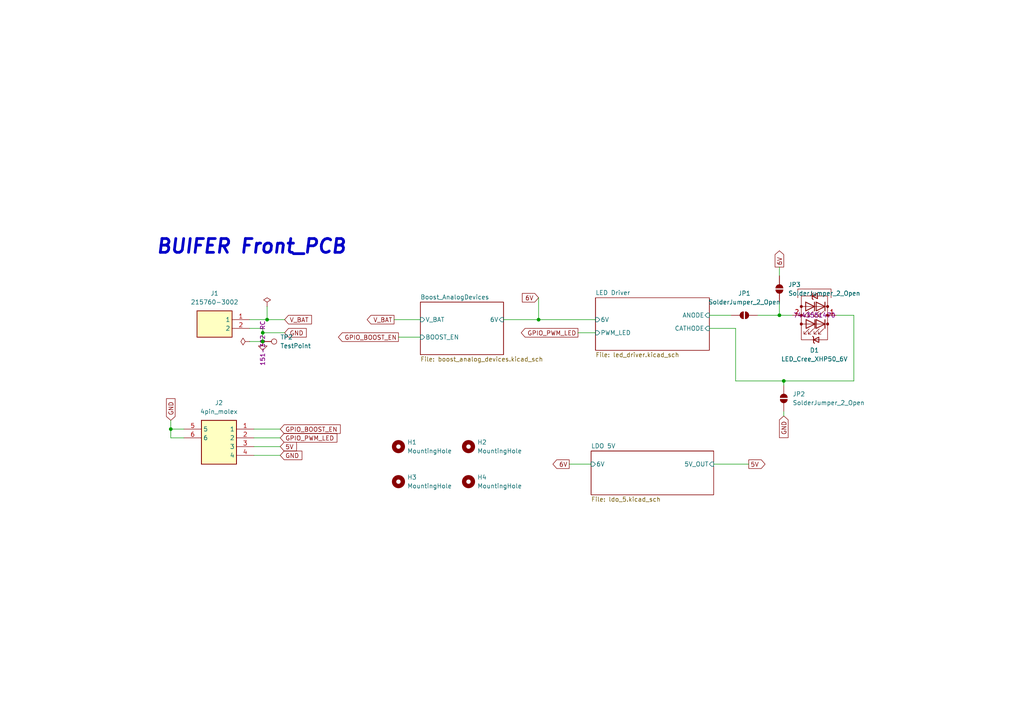
<source format=kicad_sch>
(kicad_sch
	(version 20250114)
	(generator "eeschema")
	(generator_version "9.0")
	(uuid "7f96c659-7623-4641-9656-bc143c7b2776")
	(paper "A4")
	(lib_symbols
		(symbol "Connector:TestPoint"
			(pin_numbers
				(hide yes)
			)
			(pin_names
				(offset 0.762)
				(hide yes)
			)
			(exclude_from_sim no)
			(in_bom yes)
			(on_board yes)
			(property "Reference" "TP"
				(at 0 6.858 0)
				(effects
					(font
						(size 1.27 1.27)
					)
				)
			)
			(property "Value" "TestPoint"
				(at 0 5.08 0)
				(effects
					(font
						(size 1.27 1.27)
					)
				)
			)
			(property "Footprint" ""
				(at 5.08 0 0)
				(effects
					(font
						(size 1.27 1.27)
					)
					(hide yes)
				)
			)
			(property "Datasheet" "~"
				(at 5.08 0 0)
				(effects
					(font
						(size 1.27 1.27)
					)
					(hide yes)
				)
			)
			(property "Description" "test point"
				(at 0 0 0)
				(effects
					(font
						(size 1.27 1.27)
					)
					(hide yes)
				)
			)
			(property "ki_keywords" "test point tp"
				(at 0 0 0)
				(effects
					(font
						(size 1.27 1.27)
					)
					(hide yes)
				)
			)
			(property "ki_fp_filters" "Pin* Test*"
				(at 0 0 0)
				(effects
					(font
						(size 1.27 1.27)
					)
					(hide yes)
				)
			)
			(symbol "TestPoint_0_1"
				(circle
					(center 0 3.302)
					(radius 0.762)
					(stroke
						(width 0)
						(type default)
					)
					(fill
						(type none)
					)
				)
			)
			(symbol "TestPoint_1_1"
				(pin passive line
					(at 0 0 90)
					(length 2.54)
					(name "1"
						(effects
							(font
								(size 1.27 1.27)
							)
						)
					)
					(number "1"
						(effects
							(font
								(size 1.27 1.27)
							)
						)
					)
				)
			)
			(embedded_fonts no)
		)
		(symbol "Jumper:SolderJumper_2_Open"
			(pin_numbers
				(hide yes)
			)
			(pin_names
				(offset 0)
				(hide yes)
			)
			(exclude_from_sim yes)
			(in_bom no)
			(on_board yes)
			(property "Reference" "JP"
				(at 0 2.032 0)
				(effects
					(font
						(size 1.27 1.27)
					)
				)
			)
			(property "Value" "SolderJumper_2_Open"
				(at 0 -2.54 0)
				(effects
					(font
						(size 1.27 1.27)
					)
				)
			)
			(property "Footprint" ""
				(at 0 0 0)
				(effects
					(font
						(size 1.27 1.27)
					)
					(hide yes)
				)
			)
			(property "Datasheet" "~"
				(at 0 0 0)
				(effects
					(font
						(size 1.27 1.27)
					)
					(hide yes)
				)
			)
			(property "Description" "Solder Jumper, 2-pole, open"
				(at 0 0 0)
				(effects
					(font
						(size 1.27 1.27)
					)
					(hide yes)
				)
			)
			(property "ki_keywords" "solder jumper SPST"
				(at 0 0 0)
				(effects
					(font
						(size 1.27 1.27)
					)
					(hide yes)
				)
			)
			(property "ki_fp_filters" "SolderJumper*Open*"
				(at 0 0 0)
				(effects
					(font
						(size 1.27 1.27)
					)
					(hide yes)
				)
			)
			(symbol "SolderJumper_2_Open_0_1"
				(polyline
					(pts
						(xy -0.254 1.016) (xy -0.254 -1.016)
					)
					(stroke
						(width 0)
						(type default)
					)
					(fill
						(type none)
					)
				)
				(arc
					(start -0.254 -1.016)
					(mid -1.2656 0)
					(end -0.254 1.016)
					(stroke
						(width 0)
						(type default)
					)
					(fill
						(type none)
					)
				)
				(arc
					(start -0.254 -1.016)
					(mid -1.2656 0)
					(end -0.254 1.016)
					(stroke
						(width 0)
						(type default)
					)
					(fill
						(type outline)
					)
				)
				(arc
					(start 0.254 1.016)
					(mid 1.2656 0)
					(end 0.254 -1.016)
					(stroke
						(width 0)
						(type default)
					)
					(fill
						(type none)
					)
				)
				(arc
					(start 0.254 1.016)
					(mid 1.2656 0)
					(end 0.254 -1.016)
					(stroke
						(width 0)
						(type default)
					)
					(fill
						(type outline)
					)
				)
				(polyline
					(pts
						(xy 0.254 1.016) (xy 0.254 -1.016)
					)
					(stroke
						(width 0)
						(type default)
					)
					(fill
						(type none)
					)
				)
			)
			(symbol "SolderJumper_2_Open_1_1"
				(pin passive line
					(at -3.81 0 0)
					(length 2.54)
					(name "A"
						(effects
							(font
								(size 1.27 1.27)
							)
						)
					)
					(number "1"
						(effects
							(font
								(size 1.27 1.27)
							)
						)
					)
				)
				(pin passive line
					(at 3.81 0 180)
					(length 2.54)
					(name "B"
						(effects
							(font
								(size 1.27 1.27)
							)
						)
					)
					(number "2"
						(effects
							(font
								(size 1.27 1.27)
							)
						)
					)
				)
			)
			(embedded_fonts no)
		)
		(symbol "LED:LED_Cree_XHP50_6V"
			(pin_names
				(offset 1.016)
				(hide yes)
			)
			(exclude_from_sim no)
			(in_bom yes)
			(on_board yes)
			(property "Reference" "D1"
				(at 0 10.16 0)
				(effects
					(font
						(size 1.27 1.27)
					)
				)
			)
			(property "Value" "LED_Cree_XHP50_6V"
				(at 0 12.7 0)
				(effects
					(font
						(size 1.27 1.27)
					)
				)
			)
			(property "Footprint" "LED_SMD:LED_Cree-XHP50_6V"
				(at 0 13.335 0)
				(effects
					(font
						(size 1.27 1.27)
					)
					(hide yes)
				)
			)
			(property "Datasheet" "http://www.cree.com/%7E/media/Files/Cree/LED%20Components%20and%20Modules/XLamp/Data%20and%20Binning/ds%20XHP50.pdf"
				(at -1.905 -2.54 0)
				(effects
					(font
						(size 1.27 1.27)
					)
					(hide yes)
				)
			)
			(property "Description" "XLamp® XHP50 LED, 6V footprint (2x2 serial LEDs in parallel)"
				(at 0 0 0)
				(effects
					(font
						(size 1.27 1.27)
					)
					(hide yes)
				)
			)
			(property "Manufacturer_Part_Number" "7443551470"
				(at 0 0 0)
				(effects
					(font
						(size 1.27 1.27)
					)
				)
			)
			(property "ki_keywords" "led diode"
				(at 0 0 0)
				(effects
					(font
						(size 1.27 1.27)
					)
					(hide yes)
				)
			)
			(property "ki_fp_filters" "LED?Cree?XHP50?6V*"
				(at 0 0 0)
				(effects
					(font
						(size 1.27 1.27)
					)
					(hide yes)
				)
			)
			(symbol "LED_Cree_XHP50_6V_0_1"
				(polyline
					(pts
						(xy -4.826 -5.08) (xy -4.826 -7.62) (xy 4.826 -7.62) (xy 4.826 -5.08)
					)
					(stroke
						(width 0)
						(type default)
					)
					(fill
						(type none)
					)
				)
				(circle
					(center -3.81 2.54)
					(radius 0.3556)
					(stroke
						(width 0)
						(type default)
					)
					(fill
						(type outline)
					)
				)
				(circle
					(center -3.81 0)
					(radius 0.3556)
					(stroke
						(width 0)
						(type default)
					)
					(fill
						(type outline)
					)
				)
				(circle
					(center -3.81 -2.54)
					(radius 0.3556)
					(stroke
						(width 0)
						(type default)
					)
					(fill
						(type outline)
					)
				)
				(polyline
					(pts
						(xy -3.81 -2.54) (xy 3.81 -2.54)
					)
					(stroke
						(width 0)
						(type default)
					)
					(fill
						(type none)
					)
				)
				(polyline
					(pts
						(xy -3.81 -5.588) (xy -3.81 7.112) (xy 3.81 7.112) (xy 3.81 -5.588) (xy -3.81 -5.588)
					)
					(stroke
						(width 0)
						(type default)
					)
					(fill
						(type none)
					)
				)
				(polyline
					(pts
						(xy -3.048 1.27) (xy -3.048 3.81)
					)
					(stroke
						(width 0.254)
						(type default)
					)
					(fill
						(type none)
					)
				)
				(polyline
					(pts
						(xy -3.048 -3.81) (xy -3.048 -1.27)
					)
					(stroke
						(width 0.254)
						(type default)
					)
					(fill
						(type none)
					)
				)
				(polyline
					(pts
						(xy -2.667 3.937) (xy -1.143 5.461) (xy -1.905 5.461) (xy -1.143 5.461) (xy -1.143 4.699)
					)
					(stroke
						(width 0)
						(type default)
					)
					(fill
						(type none)
					)
				)
				(polyline
					(pts
						(xy -2.667 -1.143) (xy -1.143 0.381) (xy -1.905 0.381) (xy -1.143 0.381) (xy -1.143 -0.381)
					)
					(stroke
						(width 0)
						(type default)
					)
					(fill
						(type none)
					)
				)
				(polyline
					(pts
						(xy -1.397 3.937) (xy 0.127 5.461) (xy -0.635 5.461) (xy 0.127 5.461) (xy 0.127 4.699)
					)
					(stroke
						(width 0)
						(type default)
					)
					(fill
						(type none)
					)
				)
				(polyline
					(pts
						(xy -1.397 -1.143) (xy 0.127 0.381) (xy -0.635 0.381) (xy 0.127 0.381) (xy 0.127 -0.381)
					)
					(stroke
						(width 0)
						(type default)
					)
					(fill
						(type none)
					)
				)
				(polyline
					(pts
						(xy -1.27 6.35) (xy -1.27 7.874) (xy 0.254 7.112) (xy -1.27 6.35) (xy -1.27 6.604)
					)
					(stroke
						(width 0.254)
						(type default)
					)
					(fill
						(type none)
					)
				)
				(polyline
					(pts
						(xy -0.889 -6.35) (xy -0.889 -4.826) (xy 0.635 -5.588) (xy -0.889 -6.35) (xy -0.889 -6.096)
					)
					(stroke
						(width 0.254)
						(type default)
					)
					(fill
						(type none)
					)
				)
				(polyline
					(pts
						(xy -0.508 1.27) (xy -0.508 3.81) (xy -3.048 2.54) (xy -0.508 1.27)
					)
					(stroke
						(width 0.254)
						(type default)
					)
					(fill
						(type none)
					)
				)
				(polyline
					(pts
						(xy -0.508 -3.81) (xy -0.508 -1.27) (xy -3.048 -2.54) (xy -0.508 -3.81)
					)
					(stroke
						(width 0.254)
						(type default)
					)
					(fill
						(type none)
					)
				)
				(polyline
					(pts
						(xy -0.127 1.27) (xy -0.127 3.81)
					)
					(stroke
						(width 0.254)
						(type default)
					)
					(fill
						(type none)
					)
				)
				(polyline
					(pts
						(xy 0 -3.81) (xy 0 -1.27)
					)
					(stroke
						(width 0.254)
						(type default)
					)
					(fill
						(type none)
					)
				)
				(polyline
					(pts
						(xy 0.254 3.937) (xy 1.778 5.461) (xy 1.016 5.461) (xy 1.778 5.461) (xy 1.778 4.699)
					)
					(stroke
						(width 0)
						(type default)
					)
					(fill
						(type none)
					)
				)
				(polyline
					(pts
						(xy 0.381 -1.143) (xy 1.905 0.381) (xy 1.143 0.381) (xy 1.905 0.381) (xy 1.905 -0.381)
					)
					(stroke
						(width 0)
						(type default)
					)
					(fill
						(type none)
					)
				)
				(polyline
					(pts
						(xy 0.508 6.096) (xy 0.254 6.35) (xy 0.254 7.874) (xy 0 8.128)
					)
					(stroke
						(width 0.254)
						(type default)
					)
					(fill
						(type none)
					)
				)
				(polyline
					(pts
						(xy 0.889 -6.604) (xy 0.635 -6.35) (xy 0.635 -4.826) (xy 0.381 -4.572)
					)
					(stroke
						(width 0.254)
						(type default)
					)
					(fill
						(type none)
					)
				)
				(polyline
					(pts
						(xy 1.524 3.937) (xy 3.048 5.461) (xy 2.286 5.461) (xy 3.048 5.461) (xy 3.048 4.699)
					)
					(stroke
						(width 0)
						(type default)
					)
					(fill
						(type none)
					)
				)
				(polyline
					(pts
						(xy 1.651 -1.143) (xy 3.175 0.381) (xy 2.413 0.381) (xy 3.175 0.381) (xy 3.175 -0.381)
					)
					(stroke
						(width 0)
						(type default)
					)
					(fill
						(type none)
					)
				)
				(polyline
					(pts
						(xy 2.413 1.27) (xy 2.413 3.81) (xy -0.127 2.54) (xy 2.413 1.27)
					)
					(stroke
						(width 0.254)
						(type default)
					)
					(fill
						(type none)
					)
				)
				(polyline
					(pts
						(xy 2.54 -3.81) (xy 2.54 -1.27) (xy 0 -2.54) (xy 2.54 -3.81)
					)
					(stroke
						(width 0.254)
						(type default)
					)
					(fill
						(type none)
					)
				)
				(polyline
					(pts
						(xy 3.81 2.54) (xy -3.81 2.54)
					)
					(stroke
						(width 0)
						(type default)
					)
					(fill
						(type none)
					)
				)
				(circle
					(center 3.81 2.54)
					(radius 0.3556)
					(stroke
						(width 0)
						(type default)
					)
					(fill
						(type outline)
					)
				)
				(circle
					(center 3.81 0)
					(radius 0.3556)
					(stroke
						(width 0)
						(type default)
					)
					(fill
						(type outline)
					)
				)
				(circle
					(center 3.81 -2.54)
					(radius 0.3556)
					(stroke
						(width 0)
						(type default)
					)
					(fill
						(type outline)
					)
				)
			)
			(symbol "LED_Cree_XHP50_6V_1_1"
				(pin passive line
					(at -6.35 0 0)
					(length 2.54)
					(name "K"
						(effects
							(font
								(size 1.27 1.27)
							)
						)
					)
					(number "1"
						(effects
							(font
								(size 1.27 1.27)
							)
						)
					)
				)
				(pin passive line
					(at 6.35 0 180)
					(length 2.54)
					(name "A"
						(effects
							(font
								(size 1.27 1.27)
							)
						)
					)
					(number "2"
						(effects
							(font
								(size 1.27 1.27)
							)
						)
					)
				)
			)
			(embedded_fonts no)
		)
		(symbol "Mechanical:MountingHole"
			(pin_names
				(offset 1.016)
			)
			(exclude_from_sim yes)
			(in_bom no)
			(on_board yes)
			(property "Reference" "H"
				(at 0 5.08 0)
				(effects
					(font
						(size 1.27 1.27)
					)
				)
			)
			(property "Value" "MountingHole"
				(at 0 3.175 0)
				(effects
					(font
						(size 1.27 1.27)
					)
				)
			)
			(property "Footprint" ""
				(at 0 0 0)
				(effects
					(font
						(size 1.27 1.27)
					)
					(hide yes)
				)
			)
			(property "Datasheet" "~"
				(at 0 0 0)
				(effects
					(font
						(size 1.27 1.27)
					)
					(hide yes)
				)
			)
			(property "Description" "Mounting Hole without connection"
				(at 0 0 0)
				(effects
					(font
						(size 1.27 1.27)
					)
					(hide yes)
				)
			)
			(property "ki_keywords" "mounting hole"
				(at 0 0 0)
				(effects
					(font
						(size 1.27 1.27)
					)
					(hide yes)
				)
			)
			(property "ki_fp_filters" "MountingHole*"
				(at 0 0 0)
				(effects
					(font
						(size 1.27 1.27)
					)
					(hide yes)
				)
			)
			(symbol "MountingHole_0_1"
				(circle
					(center 0 0)
					(radius 1.27)
					(stroke
						(width 1.27)
						(type default)
					)
					(fill
						(type none)
					)
				)
			)
			(embedded_fonts no)
		)
		(symbol "Smart_helmet:215760-3002"
			(exclude_from_sim no)
			(in_bom yes)
			(on_board yes)
			(property "Reference" "J"
				(at 16.51 7.62 0)
				(effects
					(font
						(size 1.27 1.27)
					)
					(justify left top)
				)
			)
			(property "Value" "215760-3002"
				(at 16.51 5.08 0)
				(effects
					(font
						(size 1.27 1.27)
					)
					(justify left top)
				)
			)
			(property "Footprint" "215760-YY02"
				(at 16.51 -94.92 0)
				(effects
					(font
						(size 1.27 1.27)
					)
					(justify left top)
					(hide yes)
				)
			)
			(property "Datasheet" "https://www.molex.com/pdm_docs/sd/2157601002_sd.pdf"
				(at 16.51 -194.92 0)
				(effects
					(font
						(size 1.27 1.27)
					)
					(justify left top)
					(hide yes)
				)
			)
			(property "Description" "Micro-Fit+ Right-Angle Header, 3.00mm Pitch, Single Row, 2 Circuits,  UL 94V-0, Glow-Wire Capable, Black"
				(at 0 0 0)
				(effects
					(font
						(size 1.27 1.27)
					)
					(hide yes)
				)
			)
			(property "Height" "5.87"
				(at 16.51 -394.92 0)
				(effects
					(font
						(size 1.27 1.27)
					)
					(justify left top)
					(hide yes)
				)
			)
			(property "Mouser Part Number" "538-215760-3002"
				(at 16.51 -494.92 0)
				(effects
					(font
						(size 1.27 1.27)
					)
					(justify left top)
					(hide yes)
				)
			)
			(property "Mouser Price/Stock" "https://www.mouser.co.uk/ProductDetail/Molex/215760-3002?qs=pBJMDPsKWf2Kd79WPESr9w%3D%3D"
				(at 16.51 -594.92 0)
				(effects
					(font
						(size 1.27 1.27)
					)
					(justify left top)
					(hide yes)
				)
			)
			(property "Manufacturer_Name" "Molex"
				(at 16.51 -694.92 0)
				(effects
					(font
						(size 1.27 1.27)
					)
					(justify left top)
					(hide yes)
				)
			)
			(property "Manufacturer_Part_Number" "215760-3002"
				(at 16.51 -794.92 0)
				(effects
					(font
						(size 1.27 1.27)
					)
					(justify left top)
					(hide yes)
				)
			)
			(symbol "215760-3002_1_1"
				(rectangle
					(start 5.08 2.54)
					(end 15.24 -5.08)
					(stroke
						(width 0.254)
						(type default)
					)
					(fill
						(type background)
					)
				)
				(pin passive line
					(at 0 0 0)
					(length 5.08)
					(name "2"
						(effects
							(font
								(size 1.27 1.27)
							)
						)
					)
					(number "2"
						(effects
							(font
								(size 1.27 1.27)
							)
						)
					)
				)
				(pin passive line
					(at 0 -2.54 0)
					(length 5.08)
					(name "1"
						(effects
							(font
								(size 1.27 1.27)
							)
						)
					)
					(number "1"
						(effects
							(font
								(size 1.27 1.27)
							)
						)
					)
				)
			)
			(embedded_fonts no)
		)
		(symbol "Smart_helmet:4pin_molex"
			(exclude_from_sim no)
			(in_bom yes)
			(on_board yes)
			(property "Reference" "J"
				(at 16.51 7.62 0)
				(effects
					(font
						(size 1.27 1.27)
					)
					(justify left top)
				)
			)
			(property "Value" "4pin_molex"
				(at 16.51 5.08 0)
				(effects
					(font
						(size 1.27 1.27)
					)
					(justify left top)
				)
			)
			(property "Footprint" "533980471"
				(at 16.51 -94.92 0)
				(effects
					(font
						(size 1.27 1.27)
					)
					(justify left top)
					(hide yes)
				)
			)
			(property "Datasheet" "http://www.molex.com/webdocs/datasheets/pdf/en-us/0533980471_PCB_HEADERS.pdf"
				(at 16.51 -194.92 0)
				(effects
					(font
						(size 1.27 1.27)
					)
					(justify left top)
					(hide yes)
				)
			)
			(property "Description" "4 way straight SMT header,1.25mm pitch Molex PICOBLADE Series, Series Number 53398, 1.25mm Pitch 4 Way 1 Row Straight PCB Header, Solder Termination, 1A"
				(at 0 0 0)
				(effects
					(font
						(size 1.27 1.27)
					)
					(hide yes)
				)
			)
			(property "Height" "4"
				(at 16.51 -394.92 0)
				(effects
					(font
						(size 1.27 1.27)
					)
					(justify left top)
					(hide yes)
				)
			)
			(property "Mouser Part Number" "538-53398-0471"
				(at 16.51 -494.92 0)
				(effects
					(font
						(size 1.27 1.27)
					)
					(justify left top)
					(hide yes)
				)
			)
			(property "Mouser Price/Stock" "https://www.mouser.co.uk/ProductDetail/Molex/53398-0471?qs=yqtfsgZKt1SrARkpB7YBSw%3D%3D"
				(at 16.51 -594.92 0)
				(effects
					(font
						(size 1.27 1.27)
					)
					(justify left top)
					(hide yes)
				)
			)
			(property "Manufacturer_Name" "Molex"
				(at 16.51 -694.92 0)
				(effects
					(font
						(size 1.27 1.27)
					)
					(justify left top)
					(hide yes)
				)
			)
			(property "Manufacturer_Part_Number" "53398-0471"
				(at 16.51 -794.92 0)
				(effects
					(font
						(size 1.27 1.27)
					)
					(justify left top)
					(hide yes)
				)
			)
			(symbol "4pin_molex_1_1"
				(rectangle
					(start 5.08 2.54)
					(end 15.24 -10.16)
					(stroke
						(width 0.254)
						(type default)
					)
					(fill
						(type background)
					)
				)
				(pin passive line
					(at 0 0 0)
					(length 5.08)
					(name "5"
						(effects
							(font
								(size 1.27 1.27)
							)
						)
					)
					(number "5"
						(effects
							(font
								(size 1.27 1.27)
							)
						)
					)
				)
				(pin passive line
					(at 0 -2.54 0)
					(length 5.08)
					(name "6"
						(effects
							(font
								(size 1.27 1.27)
							)
						)
					)
					(number "6"
						(effects
							(font
								(size 1.27 1.27)
							)
						)
					)
				)
				(pin passive line
					(at 20.32 0 180)
					(length 5.08)
					(name "1"
						(effects
							(font
								(size 1.27 1.27)
							)
						)
					)
					(number "1"
						(effects
							(font
								(size 1.27 1.27)
							)
						)
					)
				)
				(pin passive line
					(at 20.32 -2.54 180)
					(length 5.08)
					(name "2"
						(effects
							(font
								(size 1.27 1.27)
							)
						)
					)
					(number "2"
						(effects
							(font
								(size 1.27 1.27)
							)
						)
					)
				)
				(pin passive line
					(at 20.32 -5.08 180)
					(length 5.08)
					(name "3"
						(effects
							(font
								(size 1.27 1.27)
							)
						)
					)
					(number "3"
						(effects
							(font
								(size 1.27 1.27)
							)
						)
					)
				)
				(pin passive line
					(at 20.32 -7.62 180)
					(length 5.08)
					(name "4"
						(effects
							(font
								(size 1.27 1.27)
							)
						)
					)
					(number "4"
						(effects
							(font
								(size 1.27 1.27)
							)
						)
					)
				)
			)
			(embedded_fonts no)
		)
		(symbol "power:GND"
			(power)
			(pin_numbers
				(hide yes)
			)
			(pin_names
				(offset 0)
				(hide yes)
			)
			(exclude_from_sim no)
			(in_bom yes)
			(on_board yes)
			(property "Reference" "#PWR"
				(at 0 -6.35 0)
				(effects
					(font
						(size 1.27 1.27)
					)
					(hide yes)
				)
			)
			(property "Value" "GND"
				(at 0 -3.81 0)
				(effects
					(font
						(size 1.27 1.27)
					)
				)
			)
			(property "Footprint" ""
				(at 0 0 0)
				(effects
					(font
						(size 1.27 1.27)
					)
					(hide yes)
				)
			)
			(property "Datasheet" ""
				(at 0 0 0)
				(effects
					(font
						(size 1.27 1.27)
					)
					(hide yes)
				)
			)
			(property "Description" "Power symbol creates a global label with name \"GND\" , ground"
				(at 0 0 0)
				(effects
					(font
						(size 1.27 1.27)
					)
					(hide yes)
				)
			)
			(property "ki_keywords" "global power"
				(at 0 0 0)
				(effects
					(font
						(size 1.27 1.27)
					)
					(hide yes)
				)
			)
			(symbol "GND_0_1"
				(polyline
					(pts
						(xy 0 0) (xy 0 -1.27) (xy 1.27 -1.27) (xy 0 -2.54) (xy -1.27 -1.27) (xy 0 -1.27)
					)
					(stroke
						(width 0)
						(type default)
					)
					(fill
						(type none)
					)
				)
			)
			(symbol "GND_1_1"
				(pin power_in line
					(at 0 0 270)
					(length 0)
					(name "~"
						(effects
							(font
								(size 1.27 1.27)
							)
						)
					)
					(number "1"
						(effects
							(font
								(size 1.27 1.27)
							)
						)
					)
				)
			)
			(embedded_fonts no)
		)
		(symbol "power:PWR_FLAG"
			(power)
			(pin_numbers
				(hide yes)
			)
			(pin_names
				(offset 0)
				(hide yes)
			)
			(exclude_from_sim no)
			(in_bom yes)
			(on_board yes)
			(property "Reference" "#FLG"
				(at 0 1.905 0)
				(effects
					(font
						(size 1.27 1.27)
					)
					(hide yes)
				)
			)
			(property "Value" "PWR_FLAG"
				(at 0 3.81 0)
				(effects
					(font
						(size 1.27 1.27)
					)
				)
			)
			(property "Footprint" ""
				(at 0 0 0)
				(effects
					(font
						(size 1.27 1.27)
					)
					(hide yes)
				)
			)
			(property "Datasheet" "~"
				(at 0 0 0)
				(effects
					(font
						(size 1.27 1.27)
					)
					(hide yes)
				)
			)
			(property "Description" "Special symbol for telling ERC where power comes from"
				(at 0 0 0)
				(effects
					(font
						(size 1.27 1.27)
					)
					(hide yes)
				)
			)
			(property "ki_keywords" "flag power"
				(at 0 0 0)
				(effects
					(font
						(size 1.27 1.27)
					)
					(hide yes)
				)
			)
			(symbol "PWR_FLAG_0_0"
				(pin power_out line
					(at 0 0 90)
					(length 0)
					(name "~"
						(effects
							(font
								(size 1.27 1.27)
							)
						)
					)
					(number "1"
						(effects
							(font
								(size 1.27 1.27)
							)
						)
					)
				)
			)
			(symbol "PWR_FLAG_0_1"
				(polyline
					(pts
						(xy 0 0) (xy 0 1.27) (xy -1.016 1.905) (xy 0 2.54) (xy 1.016 1.905) (xy 0 1.27)
					)
					(stroke
						(width 0)
						(type default)
					)
					(fill
						(type none)
					)
				)
			)
			(embedded_fonts no)
		)
	)
	(text "BUIFER Front_PCB"
		(exclude_from_sim no)
		(at 72.898 71.628 0)
		(effects
			(font
				(size 4 4)
				(thickness 0.8)
				(bold yes)
				(italic yes)
			)
		)
		(uuid "48363b17-91c2-490a-ba90-0dea756ed151")
	)
	(junction
		(at 77.47 92.71)
		(diameter 0)
		(color 0 0 0 0)
		(uuid "308436ed-047e-4a32-aa57-d6394cf7defa")
	)
	(junction
		(at 49.53 124.46)
		(diameter 0)
		(color 0 0 0 0)
		(uuid "441c8069-79cc-4193-ac44-40b6197cec44")
	)
	(junction
		(at 76.2 99.06)
		(diameter 0)
		(color 0 0 0 0)
		(uuid "4b421e8d-6433-4168-9aa6-402204bb5725")
	)
	(junction
		(at 226.06 91.44)
		(diameter 0)
		(color 0 0 0 0)
		(uuid "59b5be53-4b76-4344-8f37-c9731ae7409c")
	)
	(junction
		(at 227.33 110.49)
		(diameter 0)
		(color 0 0 0 0)
		(uuid "7b4d0b08-f50e-4098-bbe2-613be45d94cb")
	)
	(junction
		(at 156.21 92.71)
		(diameter 0)
		(color 0 0 0 0)
		(uuid "e425d250-328b-4ea5-bb7a-f078704a920c")
	)
	(junction
		(at 76.2 96.52)
		(diameter 0)
		(color 0 0 0 0)
		(uuid "f0725a32-5100-4d6c-b7a3-4985c03855f5")
	)
	(wire
		(pts
			(xy 72.39 95.25) (xy 76.2 95.25)
		)
		(stroke
			(width 0)
			(type default)
		)
		(uuid "150fe54d-f1f5-43c0-b2c4-c7b58a6706da")
	)
	(wire
		(pts
			(xy 207.01 134.62) (xy 217.17 134.62)
		)
		(stroke
			(width 0)
			(type default)
		)
		(uuid "23c21285-4d24-4872-a37e-c51f0ea0d84a")
	)
	(wire
		(pts
			(xy 226.06 91.44) (xy 229.87 91.44)
		)
		(stroke
			(width 0)
			(type default)
		)
		(uuid "2758598b-58ba-4d3c-bd35-8dbe78f14bd8")
	)
	(wire
		(pts
			(xy 226.06 77.47) (xy 226.06 80.01)
		)
		(stroke
			(width 0)
			(type default)
		)
		(uuid "2b4348ef-c7d8-4ad3-8ce3-afc8321a4ef4")
	)
	(wire
		(pts
			(xy 53.34 124.46) (xy 49.53 124.46)
		)
		(stroke
			(width 0)
			(type default)
		)
		(uuid "35afb8c8-0c4f-49b0-80bc-245ba0e19daa")
	)
	(wire
		(pts
			(xy 49.53 127) (xy 49.53 124.46)
		)
		(stroke
			(width 0)
			(type default)
		)
		(uuid "363f2a06-032d-4208-921b-d1aee0dc77ca")
	)
	(wire
		(pts
			(xy 53.34 127) (xy 49.53 127)
		)
		(stroke
			(width 0)
			(type default)
		)
		(uuid "428ec763-5618-49c1-b241-99e9a8ae8425")
	)
	(wire
		(pts
			(xy 76.2 95.25) (xy 76.2 96.52)
		)
		(stroke
			(width 0)
			(type default)
		)
		(uuid "42bf9ec6-ab66-4ec8-b2f3-514b7b8e3423")
	)
	(wire
		(pts
			(xy 77.47 88.9) (xy 77.47 92.71)
		)
		(stroke
			(width 0)
			(type default)
		)
		(uuid "4c8caa5a-2629-420d-a96d-c1721dd0f550")
	)
	(wire
		(pts
			(xy 226.06 87.63) (xy 226.06 91.44)
		)
		(stroke
			(width 0)
			(type default)
		)
		(uuid "53ffeb08-3e9a-46c6-a971-7cfa8115a877")
	)
	(wire
		(pts
			(xy 205.74 95.25) (xy 213.36 95.25)
		)
		(stroke
			(width 0)
			(type default)
		)
		(uuid "55d0adf8-e7ef-47af-bed5-96abbc8c1451")
	)
	(wire
		(pts
			(xy 76.2 96.52) (xy 82.55 96.52)
		)
		(stroke
			(width 0)
			(type default)
		)
		(uuid "5cfa99bf-5e2b-42f1-be08-fc9bbb99e86c")
	)
	(wire
		(pts
			(xy 227.33 119.38) (xy 227.33 120.65)
		)
		(stroke
			(width 0)
			(type default)
		)
		(uuid "6ce3f4e0-cfe0-48d9-a8ec-0bf3e5c5fdc0")
	)
	(wire
		(pts
			(xy 167.64 96.52) (xy 172.72 96.52)
		)
		(stroke
			(width 0)
			(type default)
		)
		(uuid "6d19f737-2ef0-46c3-bf04-ad3478569c39")
	)
	(wire
		(pts
			(xy 219.71 91.44) (xy 226.06 91.44)
		)
		(stroke
			(width 0)
			(type default)
		)
		(uuid "6faf3e25-d475-4e4f-be34-fdfa2836af87")
	)
	(wire
		(pts
			(xy 115.57 97.79) (xy 121.92 97.79)
		)
		(stroke
			(width 0)
			(type default)
		)
		(uuid "7143ea84-2dcd-4b48-9d78-b0654161b2a4")
	)
	(wire
		(pts
			(xy 227.33 110.49) (xy 247.65 110.49)
		)
		(stroke
			(width 0)
			(type default)
		)
		(uuid "83d27887-8fb2-4e18-a4f7-7aa4180376f5")
	)
	(wire
		(pts
			(xy 72.39 92.71) (xy 77.47 92.71)
		)
		(stroke
			(width 0)
			(type default)
		)
		(uuid "88b7e356-2fa0-457e-9140-cb08b3df988f")
	)
	(wire
		(pts
			(xy 49.53 124.46) (xy 49.53 121.92)
		)
		(stroke
			(width 0)
			(type default)
		)
		(uuid "8a6b1290-3e96-4bf3-8cef-877d714b533b")
	)
	(wire
		(pts
			(xy 247.65 91.44) (xy 242.57 91.44)
		)
		(stroke
			(width 0)
			(type default)
		)
		(uuid "942ff1cc-75cd-469a-a91e-55cdc7009884")
	)
	(wire
		(pts
			(xy 213.36 95.25) (xy 213.36 110.49)
		)
		(stroke
			(width 0)
			(type default)
		)
		(uuid "96a893ea-3668-4318-beab-f9e82d9a6dd7")
	)
	(wire
		(pts
			(xy 73.66 127) (xy 81.28 127)
		)
		(stroke
			(width 0)
			(type default)
		)
		(uuid "a400cdab-17d3-4ab1-a9b0-2d55afdb4626")
	)
	(wire
		(pts
			(xy 114.3 92.71) (xy 121.92 92.71)
		)
		(stroke
			(width 0)
			(type default)
		)
		(uuid "a4a85945-8afb-40de-80db-f1eb79e18a22")
	)
	(wire
		(pts
			(xy 77.47 92.71) (xy 82.55 92.71)
		)
		(stroke
			(width 0)
			(type default)
		)
		(uuid "ab5c337e-1603-4ffb-ac60-d4c9bc4296c0")
	)
	(wire
		(pts
			(xy 165.1 134.62) (xy 171.45 134.62)
		)
		(stroke
			(width 0)
			(type default)
		)
		(uuid "ac3eb54a-95a1-43ba-858e-d394ee26b225")
	)
	(wire
		(pts
			(xy 72.39 99.06) (xy 76.2 99.06)
		)
		(stroke
			(width 0)
			(type default)
		)
		(uuid "aef71c29-cb88-4df3-b73a-b575351d4b2e")
	)
	(wire
		(pts
			(xy 247.65 110.49) (xy 247.65 91.44)
		)
		(stroke
			(width 0)
			(type default)
		)
		(uuid "b19b5229-5612-4852-9bc9-11a2b5d40bd8")
	)
	(wire
		(pts
			(xy 213.36 110.49) (xy 227.33 110.49)
		)
		(stroke
			(width 0)
			(type default)
		)
		(uuid "b309b6bb-19b5-4802-a0aa-e5c1a5edf73a")
	)
	(wire
		(pts
			(xy 156.21 86.36) (xy 156.21 92.71)
		)
		(stroke
			(width 0)
			(type default)
		)
		(uuid "bf99292b-7ff2-40b6-bedc-d3169a9c4dab")
	)
	(wire
		(pts
			(xy 73.66 129.54) (xy 81.28 129.54)
		)
		(stroke
			(width 0)
			(type default)
		)
		(uuid "c57612e3-b930-425c-b9e1-a92e7ea83328")
	)
	(wire
		(pts
			(xy 227.33 110.49) (xy 227.33 111.76)
		)
		(stroke
			(width 0)
			(type default)
		)
		(uuid "cad2a58b-3733-410c-bb96-f5ebbec63d7c")
	)
	(wire
		(pts
			(xy 205.74 91.44) (xy 212.09 91.44)
		)
		(stroke
			(width 0)
			(type default)
		)
		(uuid "ed5ab54e-cd45-45bd-b9cd-a477ae67ff14")
	)
	(wire
		(pts
			(xy 156.21 92.71) (xy 172.72 92.71)
		)
		(stroke
			(width 0)
			(type default)
		)
		(uuid "ed8c79bb-59b9-4797-97ba-a095c440e8af")
	)
	(wire
		(pts
			(xy 146.05 92.71) (xy 156.21 92.71)
		)
		(stroke
			(width 0)
			(type default)
		)
		(uuid "f55cdf5d-5acd-4cd3-b8dc-b62074efe753")
	)
	(wire
		(pts
			(xy 76.2 96.52) (xy 76.2 99.06)
		)
		(stroke
			(width 0)
			(type default)
		)
		(uuid "f581b077-531c-4a08-81ca-0c019d3f8e3b")
	)
	(wire
		(pts
			(xy 73.66 132.08) (xy 81.28 132.08)
		)
		(stroke
			(width 0)
			(type default)
		)
		(uuid "f6df838b-021b-49fe-a476-07365c3df16e")
	)
	(wire
		(pts
			(xy 73.66 124.46) (xy 81.28 124.46)
		)
		(stroke
			(width 0)
			(type default)
		)
		(uuid "fc590160-5e3a-4ec7-a949-cda065953409")
	)
	(global_label "GND"
		(shape input)
		(at 227.33 120.65 270)
		(fields_autoplaced yes)
		(effects
			(font
				(size 1.27 1.27)
			)
			(justify right)
		)
		(uuid "0465bace-81bd-4e72-aea2-3f4abe8428fa")
		(property "Intersheetrefs" "${INTERSHEET_REFS}"
			(at 227.33 127.5057 90)
			(effects
				(font
					(size 1.27 1.27)
				)
				(justify right)
				(hide yes)
			)
		)
	)
	(global_label "5V"
		(shape output)
		(at 217.17 134.62 0)
		(fields_autoplaced yes)
		(effects
			(font
				(size 1.27 1.27)
			)
			(justify left)
		)
		(uuid "120258df-0792-4228-b6e8-913a8e057d68")
		(property "Intersheetrefs" "${INTERSHEET_REFS}"
			(at 222.4533 134.62 0)
			(effects
				(font
					(size 1.27 1.27)
				)
				(justify left)
				(hide yes)
			)
		)
	)
	(global_label "V_BAT"
		(shape input)
		(at 82.55 92.71 0)
		(fields_autoplaced yes)
		(effects
			(font
				(size 1.27 1.27)
			)
			(justify left)
		)
		(uuid "16ae8ee3-79d0-47b4-be1f-0cc7bca73860")
		(property "Intersheetrefs" "${INTERSHEET_REFS}"
			(at 90.9176 92.71 0)
			(effects
				(font
					(size 1.27 1.27)
				)
				(justify left)
				(hide yes)
			)
		)
	)
	(global_label "GPIO_BOOST_EN"
		(shape output)
		(at 115.57 97.79 180)
		(fields_autoplaced yes)
		(effects
			(font
				(size 1.27 1.27)
			)
			(justify right)
		)
		(uuid "1f6cc7b1-f96a-4e58-8e6d-17aa3f548eea")
		(property "Intersheetrefs" "${INTERSHEET_REFS}"
			(at 97.5867 97.79 0)
			(effects
				(font
					(size 1.27 1.27)
				)
				(justify right)
				(hide yes)
			)
		)
	)
	(global_label "6V"
		(shape input)
		(at 156.21 86.36 180)
		(fields_autoplaced yes)
		(effects
			(font
				(size 1.27 1.27)
			)
			(justify right)
		)
		(uuid "263b197b-3fe9-432c-863b-0166797c3cda")
		(property "Intersheetrefs" "${INTERSHEET_REFS}"
			(at 150.9267 86.36 0)
			(effects
				(font
					(size 1.27 1.27)
				)
				(justify right)
				(hide yes)
			)
		)
	)
	(global_label "V_BAT"
		(shape output)
		(at 114.3 92.71 180)
		(fields_autoplaced yes)
		(effects
			(font
				(size 1.27 1.27)
			)
			(justify right)
		)
		(uuid "2e01e840-63d0-4816-974d-2d7b407dec08")
		(property "Intersheetrefs" "${INTERSHEET_REFS}"
			(at 105.9324 92.71 0)
			(effects
				(font
					(size 1.27 1.27)
				)
				(justify right)
				(hide yes)
			)
		)
	)
	(global_label "GPIO_PWM_LED"
		(shape output)
		(at 167.64 96.52 180)
		(fields_autoplaced yes)
		(effects
			(font
				(size 1.27 1.27)
			)
			(justify right)
		)
		(uuid "3c556c51-c396-498a-87bb-af967997bf31")
		(property "Intersheetrefs" "${INTERSHEET_REFS}"
			(at 150.6244 96.52 0)
			(effects
				(font
					(size 1.27 1.27)
				)
				(justify right)
				(hide yes)
			)
		)
	)
	(global_label "GND"
		(shape input)
		(at 81.28 132.08 0)
		(fields_autoplaced yes)
		(effects
			(font
				(size 1.27 1.27)
			)
			(justify left)
		)
		(uuid "599358b2-464c-4297-a834-ac12257efd5b")
		(property "Intersheetrefs" "${INTERSHEET_REFS}"
			(at 88.1357 132.08 0)
			(effects
				(font
					(size 1.27 1.27)
				)
				(justify left)
				(hide yes)
			)
		)
	)
	(global_label "GND"
		(shape input)
		(at 82.55 96.52 0)
		(fields_autoplaced yes)
		(effects
			(font
				(size 1.27 1.27)
			)
			(justify left)
		)
		(uuid "68f0fa61-3f11-499a-bc95-9dee1ea6efd1")
		(property "Intersheetrefs" "${INTERSHEET_REFS}"
			(at 89.4057 96.52 0)
			(effects
				(font
					(size 1.27 1.27)
				)
				(justify left)
				(hide yes)
			)
		)
	)
	(global_label "6V"
		(shape output)
		(at 165.1 134.62 180)
		(fields_autoplaced yes)
		(effects
			(font
				(size 1.27 1.27)
			)
			(justify right)
		)
		(uuid "99024868-517c-4108-966d-ab60e99d716f")
		(property "Intersheetrefs" "${INTERSHEET_REFS}"
			(at 159.8167 134.62 0)
			(effects
				(font
					(size 1.27 1.27)
				)
				(justify right)
				(hide yes)
			)
		)
	)
	(global_label "6V"
		(shape output)
		(at 226.06 77.47 90)
		(fields_autoplaced yes)
		(effects
			(font
				(size 1.27 1.27)
			)
			(justify left)
		)
		(uuid "a96a1d70-bd91-45aa-a451-82e01ca9106c")
		(property "Intersheetrefs" "${INTERSHEET_REFS}"
			(at 226.06 72.1867 90)
			(effects
				(font
					(size 1.27 1.27)
				)
				(justify left)
				(hide yes)
			)
		)
	)
	(global_label "GPIO_BOOST_EN"
		(shape input)
		(at 81.28 124.46 0)
		(fields_autoplaced yes)
		(effects
			(font
				(size 1.27 1.27)
			)
			(justify left)
		)
		(uuid "f18c01f4-a56b-464b-bd2c-69119f9fea15")
		(property "Intersheetrefs" "${INTERSHEET_REFS}"
			(at 99.2633 124.46 0)
			(effects
				(font
					(size 1.27 1.27)
				)
				(justify left)
				(hide yes)
			)
		)
	)
	(global_label "GPIO_PWM_LED"
		(shape input)
		(at 81.28 127 0)
		(fields_autoplaced yes)
		(effects
			(font
				(size 1.27 1.27)
			)
			(justify left)
		)
		(uuid "f5af80f7-8351-4869-86a7-aa305576211d")
		(property "Intersheetrefs" "${INTERSHEET_REFS}"
			(at 98.2956 127 0)
			(effects
				(font
					(size 1.27 1.27)
				)
				(justify left)
				(hide yes)
			)
		)
	)
	(global_label "5V"
		(shape input)
		(at 81.28 129.54 0)
		(fields_autoplaced yes)
		(effects
			(font
				(size 1.27 1.27)
			)
			(justify left)
		)
		(uuid "f6a4c082-4ec9-43ec-a4bb-f74d53e623a7")
		(property "Intersheetrefs" "${INTERSHEET_REFS}"
			(at 86.5633 129.54 0)
			(effects
				(font
					(size 1.27 1.27)
				)
				(justify left)
				(hide yes)
			)
		)
	)
	(global_label "GND"
		(shape input)
		(at 49.53 121.92 90)
		(fields_autoplaced yes)
		(effects
			(font
				(size 1.27 1.27)
			)
			(justify left)
		)
		(uuid "fed756d1-c5b1-4eee-9013-e4ba69fea41e")
		(property "Intersheetrefs" "${INTERSHEET_REFS}"
			(at 49.53 115.0643 90)
			(effects
				(font
					(size 1.27 1.27)
				)
				(justify left)
				(hide yes)
			)
		)
	)
	(symbol
		(lib_id "Mechanical:MountingHole")
		(at 135.89 129.54 0)
		(unit 1)
		(exclude_from_sim no)
		(in_bom yes)
		(on_board yes)
		(dnp no)
		(fields_autoplaced yes)
		(uuid "00bf47ca-6b61-4032-b38f-e360abdd3a2b")
		(property "Reference" "H2"
			(at 138.43 128.2699 0)
			(effects
				(font
					(size 1.27 1.27)
				)
				(justify left)
			)
		)
		(property "Value" "MountingHole"
			(at 138.43 130.8099 0)
			(effects
				(font
					(size 1.27 1.27)
				)
				(justify left)
			)
		)
		(property "Footprint" "MountingHole:MountingHole_2.2mm_M2_ISO7380"
			(at 135.89 129.54 0)
			(effects
				(font
					(size 1.27 1.27)
				)
				(hide yes)
			)
		)
		(property "Datasheet" "~"
			(at 135.89 129.54 0)
			(effects
				(font
					(size 1.27 1.27)
				)
				(hide yes)
			)
		)
		(property "Description" "Mounting Hole without connection"
			(at 135.89 129.54 0)
			(effects
				(font
					(size 1.27 1.27)
				)
				(hide yes)
			)
		)
		(instances
			(project "pcb_front"
				(path "/7f96c659-7623-4641-9656-bc143c7b2776"
					(reference "H2")
					(unit 1)
				)
			)
		)
	)
	(symbol
		(lib_id "Mechanical:MountingHole")
		(at 115.57 129.54 0)
		(unit 1)
		(exclude_from_sim no)
		(in_bom yes)
		(on_board yes)
		(dnp no)
		(fields_autoplaced yes)
		(uuid "3d01623c-69d7-493d-8d4d-1a6aa144837a")
		(property "Reference" "H1"
			(at 118.11 128.2699 0)
			(effects
				(font
					(size 1.27 1.27)
				)
				(justify left)
			)
		)
		(property "Value" "MountingHole"
			(at 118.11 130.8099 0)
			(effects
				(font
					(size 1.27 1.27)
				)
				(justify left)
			)
		)
		(property "Footprint" "MountingHole:MountingHole_2.2mm_M2_ISO7380"
			(at 115.57 129.54 0)
			(effects
				(font
					(size 1.27 1.27)
				)
				(hide yes)
			)
		)
		(property "Datasheet" "~"
			(at 115.57 129.54 0)
			(effects
				(font
					(size 1.27 1.27)
				)
				(hide yes)
			)
		)
		(property "Description" "Mounting Hole without connection"
			(at 115.57 129.54 0)
			(effects
				(font
					(size 1.27 1.27)
				)
				(hide yes)
			)
		)
		(instances
			(project ""
				(path "/7f96c659-7623-4641-9656-bc143c7b2776"
					(reference "H1")
					(unit 1)
				)
			)
		)
	)
	(symbol
		(lib_id "Smart_helmet:4pin_molex")
		(at 53.34 124.46 0)
		(unit 1)
		(exclude_from_sim no)
		(in_bom yes)
		(on_board yes)
		(dnp no)
		(fields_autoplaced yes)
		(uuid "504caf8d-3eda-431b-a84d-8904897bd298")
		(property "Reference" "J2"
			(at 63.5 116.84 0)
			(effects
				(font
					(size 1.27 1.27)
				)
			)
		)
		(property "Value" "4pin_molex"
			(at 63.5 119.38 0)
			(effects
				(font
					(size 1.27 1.27)
				)
			)
		)
		(property "Footprint" "pcb_front_footprints:4_pin_molex"
			(at 69.85 219.38 0)
			(effects
				(font
					(size 1.27 1.27)
				)
				(justify left top)
				(hide yes)
			)
		)
		(property "Datasheet" "http://www.molex.com/webdocs/datasheets/pdf/en-us/0533980471_PCB_HEADERS.pdf"
			(at 69.85 319.38 0)
			(effects
				(font
					(size 1.27 1.27)
				)
				(justify left top)
				(hide yes)
			)
		)
		(property "Description" "4 way straight SMT header,1.25mm pitch Molex PICOBLADE Series, Series Number 53398, 1.25mm Pitch 4 Way 1 Row Straight PCB Header, Solder Termination, 1A"
			(at 53.34 124.46 0)
			(effects
				(font
					(size 1.27 1.27)
				)
				(hide yes)
			)
		)
		(property "Height" "4"
			(at 69.85 519.38 0)
			(effects
				(font
					(size 1.27 1.27)
				)
				(justify left top)
				(hide yes)
			)
		)
		(property "Mouser Part Number" "538-53398-0471"
			(at 69.85 619.38 0)
			(effects
				(font
					(size 1.27 1.27)
				)
				(justify left top)
				(hide yes)
			)
		)
		(property "Mouser Price/Stock" "https://www.mouser.co.uk/ProductDetail/Molex/53398-0471?qs=yqtfsgZKt1SrARkpB7YBSw%3D%3D"
			(at 69.85 719.38 0)
			(effects
				(font
					(size 1.27 1.27)
				)
				(justify left top)
				(hide yes)
			)
		)
		(property "Manufacturer_Name" "Molex"
			(at 69.85 819.38 0)
			(effects
				(font
					(size 1.27 1.27)
				)
				(justify left top)
				(hide yes)
			)
		)
		(property "Manufacturer_Part_Number" "53398-0471"
			(at 69.85 919.38 0)
			(effects
				(font
					(size 1.27 1.27)
				)
				(justify left top)
				(hide yes)
			)
		)
		(pin "1"
			(uuid "8ba5180b-9d4c-4ea1-96cf-42c24d611279")
		)
		(pin "5"
			(uuid "dab96340-2812-4767-a9e3-17e6ff04e415")
		)
		(pin "6"
			(uuid "61ba846f-0b8e-4e7b-9796-7d5fca65e669")
		)
		(pin "2"
			(uuid "374c006f-b756-4965-8f97-599edf182b50")
		)
		(pin "3"
			(uuid "607ecc7a-7af0-4edd-abf9-a98e5acc7992")
		)
		(pin "4"
			(uuid "af71cea9-a2e7-47ad-ac61-558a45ece99e")
		)
		(instances
			(project ""
				(path "/7f96c659-7623-4641-9656-bc143c7b2776"
					(reference "J2")
					(unit 1)
				)
			)
		)
	)
	(symbol
		(lib_id "power:PWR_FLAG")
		(at 77.47 88.9 0)
		(unit 1)
		(exclude_from_sim no)
		(in_bom yes)
		(on_board yes)
		(dnp no)
		(fields_autoplaced yes)
		(uuid "568a8799-9417-4d6b-ab0f-41a282ecfa77")
		(property "Reference" "#FLG01"
			(at 77.47 86.995 0)
			(effects
				(font
					(size 1.27 1.27)
				)
				(hide yes)
			)
		)
		(property "Value" "PWR_FLAG"
			(at 77.47 83.82 0)
			(effects
				(font
					(size 1.27 1.27)
				)
				(hide yes)
			)
		)
		(property "Footprint" ""
			(at 77.47 88.9 0)
			(effects
				(font
					(size 1.27 1.27)
				)
				(hide yes)
			)
		)
		(property "Datasheet" "~"
			(at 77.47 88.9 0)
			(effects
				(font
					(size 1.27 1.27)
				)
				(hide yes)
			)
		)
		(property "Description" "Special symbol for telling ERC where power comes from"
			(at 77.47 88.9 0)
			(effects
				(font
					(size 1.27 1.27)
				)
				(hide yes)
			)
		)
		(pin "1"
			(uuid "c50f5da9-633d-4888-8cc7-2ae8748a6331")
		)
		(instances
			(project ""
				(path "/7f96c659-7623-4641-9656-bc143c7b2776"
					(reference "#FLG01")
					(unit 1)
				)
			)
		)
	)
	(symbol
		(lib_id "Jumper:SolderJumper_2_Open")
		(at 226.06 83.82 90)
		(unit 1)
		(exclude_from_sim no)
		(in_bom yes)
		(on_board yes)
		(dnp no)
		(fields_autoplaced yes)
		(uuid "60da17f5-d57e-47c1-8c5a-e459091110b8")
		(property "Reference" "JP3"
			(at 228.6 82.5499 90)
			(effects
				(font
					(size 1.27 1.27)
				)
				(justify right)
			)
		)
		(property "Value" "SolderJumper_2_Open"
			(at 228.6 85.0899 90)
			(effects
				(font
					(size 1.27 1.27)
				)
				(justify right)
			)
		)
		(property "Footprint" "Jumper:SolderJumper-2_P1.3mm_Open_RoundedPad1.0x1.5mm"
			(at 226.06 83.82 0)
			(effects
				(font
					(size 1.27 1.27)
				)
				(hide yes)
			)
		)
		(property "Datasheet" "~"
			(at 226.06 83.82 0)
			(effects
				(font
					(size 1.27 1.27)
				)
				(hide yes)
			)
		)
		(property "Description" "Solder Jumper, 2-pole, open"
			(at 226.06 83.82 0)
			(effects
				(font
					(size 1.27 1.27)
				)
				(hide yes)
			)
		)
		(pin "1"
			(uuid "000f6ecf-44af-46c4-b059-a034b0960811")
		)
		(pin "2"
			(uuid "c1b9905b-6db1-4715-b487-dadf8f6056d1")
		)
		(instances
			(project "pcb_front"
				(path "/7f96c659-7623-4641-9656-bc143c7b2776"
					(reference "JP3")
					(unit 1)
				)
			)
		)
	)
	(symbol
		(lib_id "Mechanical:MountingHole")
		(at 115.57 139.7 0)
		(unit 1)
		(exclude_from_sim no)
		(in_bom yes)
		(on_board yes)
		(dnp no)
		(fields_autoplaced yes)
		(uuid "835b08c6-7365-42cf-872c-78dbbc72ce7e")
		(property "Reference" "H3"
			(at 118.11 138.4299 0)
			(effects
				(font
					(size 1.27 1.27)
				)
				(justify left)
			)
		)
		(property "Value" "MountingHole"
			(at 118.11 140.9699 0)
			(effects
				(font
					(size 1.27 1.27)
				)
				(justify left)
			)
		)
		(property "Footprint" "MountingHole:MountingHole_2.2mm_M2_ISO7380"
			(at 115.57 139.7 0)
			(effects
				(font
					(size 1.27 1.27)
				)
				(hide yes)
			)
		)
		(property "Datasheet" "~"
			(at 115.57 139.7 0)
			(effects
				(font
					(size 1.27 1.27)
				)
				(hide yes)
			)
		)
		(property "Description" "Mounting Hole without connection"
			(at 115.57 139.7 0)
			(effects
				(font
					(size 1.27 1.27)
				)
				(hide yes)
			)
		)
		(instances
			(project "pcb_front"
				(path "/7f96c659-7623-4641-9656-bc143c7b2776"
					(reference "H3")
					(unit 1)
				)
			)
		)
	)
	(symbol
		(lib_id "power:PWR_FLAG")
		(at 72.39 99.06 90)
		(unit 1)
		(exclude_from_sim no)
		(in_bom yes)
		(on_board yes)
		(dnp no)
		(fields_autoplaced yes)
		(uuid "8df60d94-76ce-4bc3-babc-014a2b44838b")
		(property "Reference" "#FLG04"
			(at 70.485 99.06 0)
			(effects
				(font
					(size 1.27 1.27)
				)
				(hide yes)
			)
		)
		(property "Value" "PWR_FLAG"
			(at 67.31 99.06 0)
			(effects
				(font
					(size 1.27 1.27)
				)
				(hide yes)
			)
		)
		(property "Footprint" ""
			(at 72.39 99.06 0)
			(effects
				(font
					(size 1.27 1.27)
				)
				(hide yes)
			)
		)
		(property "Datasheet" "~"
			(at 72.39 99.06 0)
			(effects
				(font
					(size 1.27 1.27)
				)
				(hide yes)
			)
		)
		(property "Description" "Special symbol for telling ERC where power comes from"
			(at 72.39 99.06 0)
			(effects
				(font
					(size 1.27 1.27)
				)
				(hide yes)
			)
		)
		(pin "1"
			(uuid "39c25f5d-d6ad-4d1d-8514-7285b3ad1441")
		)
		(instances
			(project "pcb_front"
				(path "/7f96c659-7623-4641-9656-bc143c7b2776"
					(reference "#FLG04")
					(unit 1)
				)
			)
		)
	)
	(symbol
		(lib_id "Smart_helmet:215760-3002")
		(at 72.39 95.25 180)
		(unit 1)
		(exclude_from_sim no)
		(in_bom yes)
		(on_board yes)
		(dnp no)
		(fields_autoplaced yes)
		(uuid "9c5b8ac9-aeab-4cc5-bca2-b69e12a485b5")
		(property "Reference" "J1"
			(at 62.23 85.09 0)
			(effects
				(font
					(size 1.27 1.27)
				)
			)
		)
		(property "Value" "215760-3002"
			(at 62.23 87.63 0)
			(effects
				(font
					(size 1.27 1.27)
				)
			)
		)
		(property "Footprint" "pcb_front_footprints:215760-YY02"
			(at 55.88 0.33 0)
			(effects
				(font
					(size 1.27 1.27)
				)
				(justify left top)
				(hide yes)
			)
		)
		(property "Datasheet" "https://www.molex.com/pdm_docs/sd/2157601002_sd.pdf"
			(at 55.88 -99.67 0)
			(effects
				(font
					(size 1.27 1.27)
				)
				(justify left top)
				(hide yes)
			)
		)
		(property "Description" "Micro-Fit+ Right-Angle Header, 3.00mm Pitch, Single Row, 2 Circuits,  UL 94V-0, Glow-Wire Capable, Black"
			(at 72.39 95.25 0)
			(effects
				(font
					(size 1.27 1.27)
				)
				(hide yes)
			)
		)
		(property "Height" "5.87"
			(at 55.88 -299.67 0)
			(effects
				(font
					(size 1.27 1.27)
				)
				(justify left top)
				(hide yes)
			)
		)
		(property "Mouser Part Number" "538-215760-3002"
			(at 55.88 -399.67 0)
			(effects
				(font
					(size 1.27 1.27)
				)
				(justify left top)
				(hide yes)
			)
		)
		(property "Mouser Price/Stock" "https://www.mouser.co.uk/ProductDetail/Molex/215760-3002?qs=pBJMDPsKWf2Kd79WPESr9w%3D%3D"
			(at 55.88 -499.67 0)
			(effects
				(font
					(size 1.27 1.27)
				)
				(justify left top)
				(hide yes)
			)
		)
		(property "Manufacturer_Name" "Molex"
			(at 55.88 -599.67 0)
			(effects
				(font
					(size 1.27 1.27)
				)
				(justify left top)
				(hide yes)
			)
		)
		(property "Manufacturer_Part_Number" "215760-3002"
			(at 55.88 -699.67 0)
			(effects
				(font
					(size 1.27 1.27)
				)
				(justify left top)
				(hide yes)
			)
		)
		(pin "1"
			(uuid "6e680459-dcd0-41cb-a4aa-012692d6758d")
		)
		(pin "2"
			(uuid "fa437fef-d2b7-4a37-bed5-77464b824a59")
		)
		(instances
			(project ""
				(path "/7f96c659-7623-4641-9656-bc143c7b2776"
					(reference "J1")
					(unit 1)
				)
			)
		)
	)
	(symbol
		(lib_id "LED:LED_Cree_XHP50_6V")
		(at 236.22 91.44 180)
		(unit 1)
		(exclude_from_sim no)
		(in_bom yes)
		(on_board yes)
		(dnp no)
		(fields_autoplaced yes)
		(uuid "ae0e0bb2-2b2a-49ad-8829-6220a1b126e0")
		(property "Reference" "D1"
			(at 236.22 101.6 0)
			(effects
				(font
					(size 1.27 1.27)
				)
			)
		)
		(property "Value" "LED_Cree_XHP50_6V"
			(at 236.22 104.14 0)
			(effects
				(font
					(size 1.27 1.27)
				)
			)
		)
		(property "Footprint" "pcb_front_footprints:LED_Cree-XHP50_6V"
			(at 236.22 104.775 0)
			(effects
				(font
					(size 1.27 1.27)
				)
				(hide yes)
			)
		)
		(property "Datasheet" "http://www.cree.com/%7E/media/Files/Cree/LED%20Components%20and%20Modules/XLamp/Data%20and%20Binning/ds%20XHP50.pdf"
			(at 238.125 88.9 0)
			(effects
				(font
					(size 1.27 1.27)
				)
				(hide yes)
			)
		)
		(property "Description" "XLamp® XHP50 LED, 6V footprint (2x2 serial LEDs in parallel)"
			(at 236.22 91.44 0)
			(effects
				(font
					(size 1.27 1.27)
				)
				(hide yes)
			)
		)
		(property "Manufacturer_Part_Number" "7443551470"
			(at 236.22 91.44 0)
			(effects
				(font
					(size 1.27 1.27)
				)
			)
		)
		(pin "2"
			(uuid "0e3eac8f-f427-40e5-a310-4e9d06c38737")
		)
		(pin "1"
			(uuid "3960547a-fbfa-42a7-b822-0a54719b9362")
		)
		(instances
			(project ""
				(path "/7f96c659-7623-4641-9656-bc143c7b2776"
					(reference "D1")
					(unit 1)
				)
			)
		)
	)
	(symbol
		(lib_id "Jumper:SolderJumper_2_Open")
		(at 215.9 91.44 0)
		(unit 1)
		(exclude_from_sim no)
		(in_bom yes)
		(on_board yes)
		(dnp no)
		(fields_autoplaced yes)
		(uuid "cb988d1f-a17d-4bae-ac79-aceff107b20d")
		(property "Reference" "JP1"
			(at 215.9 85.09 0)
			(effects
				(font
					(size 1.27 1.27)
				)
			)
		)
		(property "Value" "SolderJumper_2_Open"
			(at 215.9 87.63 0)
			(effects
				(font
					(size 1.27 1.27)
				)
			)
		)
		(property "Footprint" "Jumper:SolderJumper-2_P1.3mm_Open_RoundedPad1.0x1.5mm"
			(at 215.9 91.44 0)
			(effects
				(font
					(size 1.27 1.27)
				)
				(hide yes)
			)
		)
		(property "Datasheet" "~"
			(at 215.9 91.44 0)
			(effects
				(font
					(size 1.27 1.27)
				)
				(hide yes)
			)
		)
		(property "Description" "Solder Jumper, 2-pole, open"
			(at 215.9 91.44 0)
			(effects
				(font
					(size 1.27 1.27)
				)
				(hide yes)
			)
		)
		(pin "1"
			(uuid "e03bc02b-e71b-4690-a7a6-10694eaf2306")
		)
		(pin "2"
			(uuid "2cacce58-3460-4b1f-b513-c7ca54410a41")
		)
		(instances
			(project ""
				(path "/7f96c659-7623-4641-9656-bc143c7b2776"
					(reference "JP1")
					(unit 1)
				)
			)
		)
	)
	(symbol
		(lib_id "Mechanical:MountingHole")
		(at 135.89 139.7 0)
		(unit 1)
		(exclude_from_sim no)
		(in_bom yes)
		(on_board yes)
		(dnp no)
		(fields_autoplaced yes)
		(uuid "d1a9d951-2fc5-489c-9ed7-98d6ef30890c")
		(property "Reference" "H4"
			(at 138.43 138.4299 0)
			(effects
				(font
					(size 1.27 1.27)
				)
				(justify left)
			)
		)
		(property "Value" "MountingHole"
			(at 138.43 140.9699 0)
			(effects
				(font
					(size 1.27 1.27)
				)
				(justify left)
			)
		)
		(property "Footprint" "MountingHole:MountingHole_2.2mm_M2_ISO7380"
			(at 135.89 139.7 0)
			(effects
				(font
					(size 1.27 1.27)
				)
				(hide yes)
			)
		)
		(property "Datasheet" "~"
			(at 135.89 139.7 0)
			(effects
				(font
					(size 1.27 1.27)
				)
				(hide yes)
			)
		)
		(property "Description" "Mounting Hole without connection"
			(at 135.89 139.7 0)
			(effects
				(font
					(size 1.27 1.27)
				)
				(hide yes)
			)
		)
		(instances
			(project "pcb_front"
				(path "/7f96c659-7623-4641-9656-bc143c7b2776"
					(reference "H4")
					(unit 1)
				)
			)
		)
	)
	(symbol
		(lib_id "Connector:TestPoint")
		(at 76.2 99.06 270)
		(unit 1)
		(exclude_from_sim no)
		(in_bom yes)
		(on_board yes)
		(dnp no)
		(fields_autoplaced yes)
		(uuid "dd07c408-173a-4384-b326-3ab5f3986889")
		(property "Reference" "TP2"
			(at 81.28 97.7899 90)
			(effects
				(font
					(size 1.27 1.27)
				)
				(justify left)
			)
		)
		(property "Value" "TestPoint"
			(at 81.28 100.3299 90)
			(effects
				(font
					(size 1.27 1.27)
				)
				(justify left)
			)
		)
		(property "Footprint" "TestPoint:TestPoint_Loop_D2.54mm_Drill1.5mm_Beaded"
			(at 76.2 104.14 0)
			(effects
				(font
					(size 1.27 1.27)
				)
				(hide yes)
			)
		)
		(property "Datasheet" "TestPoint:TestPoint_Loop_D2.54mm_Drill1.5mm_Beaded"
			(at 76.2 104.14 0)
			(effects
				(font
					(size 1.27 1.27)
				)
				(hide yes)
			)
		)
		(property "Description" "test point"
			(at 76.2 99.06 0)
			(effects
				(font
					(size 1.27 1.27)
				)
				(hide yes)
			)
		)
		(property "Manufacturer_Part_Number" "151-302-RC "
			(at 76.2 99.06 0)
			(effects
				(font
					(size 1.27 1.27)
				)
			)
		)
		(pin "1"
			(uuid "bf063cdf-93d4-4325-8c6b-0e0bc1737385")
		)
		(instances
			(project ""
				(path "/7f96c659-7623-4641-9656-bc143c7b2776"
					(reference "TP2")
					(unit 1)
				)
			)
		)
	)
	(symbol
		(lib_id "Jumper:SolderJumper_2_Open")
		(at 227.33 115.57 90)
		(unit 1)
		(exclude_from_sim no)
		(in_bom yes)
		(on_board yes)
		(dnp no)
		(fields_autoplaced yes)
		(uuid "f1fc7e07-e14f-48e1-b713-799fb461841c")
		(property "Reference" "JP2"
			(at 229.87 114.2999 90)
			(effects
				(font
					(size 1.27 1.27)
				)
				(justify right)
			)
		)
		(property "Value" "SolderJumper_2_Open"
			(at 229.87 116.8399 90)
			(effects
				(font
					(size 1.27 1.27)
				)
				(justify right)
			)
		)
		(property "Footprint" "Jumper:SolderJumper-2_P1.3mm_Open_RoundedPad1.0x1.5mm"
			(at 227.33 115.57 0)
			(effects
				(font
					(size 1.27 1.27)
				)
				(hide yes)
			)
		)
		(property "Datasheet" "~"
			(at 227.33 115.57 0)
			(effects
				(font
					(size 1.27 1.27)
				)
				(hide yes)
			)
		)
		(property "Description" "Solder Jumper, 2-pole, open"
			(at 227.33 115.57 0)
			(effects
				(font
					(size 1.27 1.27)
				)
				(hide yes)
			)
		)
		(pin "1"
			(uuid "c51b8872-e3b4-42eb-883d-09d9d21fc0f4")
		)
		(pin "2"
			(uuid "3a2785dc-f116-4c3f-8b63-ee8de9bc580f")
		)
		(instances
			(project "pcb_front"
				(path "/7f96c659-7623-4641-9656-bc143c7b2776"
					(reference "JP2")
					(unit 1)
				)
			)
		)
	)
	(symbol
		(lib_id "power:GND")
		(at 76.2 99.06 0)
		(unit 1)
		(exclude_from_sim no)
		(in_bom yes)
		(on_board yes)
		(dnp no)
		(fields_autoplaced yes)
		(uuid "fb527281-c6ac-493e-b00f-fa097979166f")
		(property "Reference" "#PWR01"
			(at 76.2 105.41 0)
			(effects
				(font
					(size 1.27 1.27)
				)
				(hide yes)
			)
		)
		(property "Value" "GND"
			(at 76.2 104.14 0)
			(effects
				(font
					(size 1.27 1.27)
				)
				(hide yes)
			)
		)
		(property "Footprint" ""
			(at 76.2 99.06 0)
			(effects
				(font
					(size 1.27 1.27)
				)
				(hide yes)
			)
		)
		(property "Datasheet" ""
			(at 76.2 99.06 0)
			(effects
				(font
					(size 1.27 1.27)
				)
				(hide yes)
			)
		)
		(property "Description" "Power symbol creates a global label with name \"GND\" , ground"
			(at 76.2 99.06 0)
			(effects
				(font
					(size 1.27 1.27)
				)
				(hide yes)
			)
		)
		(pin "1"
			(uuid "1a9935b7-b252-4e71-b8c4-2aeea1982e0c")
		)
		(instances
			(project ""
				(path "/7f96c659-7623-4641-9656-bc143c7b2776"
					(reference "#PWR01")
					(unit 1)
				)
			)
		)
	)
	(sheet
		(at 171.45 130.81)
		(size 35.56 12.7)
		(exclude_from_sim no)
		(in_bom yes)
		(on_board yes)
		(dnp no)
		(fields_autoplaced yes)
		(stroke
			(width 0.1524)
			(type solid)
		)
		(fill
			(color 0 0 0 0.0000)
		)
		(uuid "4cc6a8f5-d837-4c36-9913-593a76dd5c92")
		(property "Sheetname" "LDO 5V"
			(at 171.45 130.0984 0)
			(effects
				(font
					(size 1.27 1.27)
				)
				(justify left bottom)
			)
		)
		(property "Sheetfile" "ldo_5.kicad_sch"
			(at 171.45 144.0946 0)
			(effects
				(font
					(size 1.27 1.27)
				)
				(justify left top)
			)
		)
		(pin "6V" input
			(at 171.45 134.62 180)
			(uuid "1e120db7-b9e0-48b1-a763-f71cfe1b49a8")
			(effects
				(font
					(size 1.27 1.27)
				)
				(justify left)
			)
		)
		(pin "5V_OUT" input
			(at 207.01 134.62 0)
			(uuid "4299e243-24eb-4977-8dd9-ae7ab094845d")
			(effects
				(font
					(size 1.27 1.27)
				)
				(justify right)
			)
		)
		(instances
			(project "pcb_front"
				(path "/7f96c659-7623-4641-9656-bc143c7b2776"
					(page "5")
				)
			)
		)
	)
	(sheet
		(at 172.72 86.36)
		(size 33.02 15.24)
		(exclude_from_sim no)
		(in_bom yes)
		(on_board yes)
		(dnp no)
		(fields_autoplaced yes)
		(stroke
			(width 0.1524)
			(type solid)
		)
		(fill
			(color 0 0 0 0.0000)
		)
		(uuid "58fe796e-3eea-4594-b207-ad89cb63050b")
		(property "Sheetname" "LED Driver"
			(at 172.72 85.6484 0)
			(effects
				(font
					(size 1.27 1.27)
				)
				(justify left bottom)
			)
		)
		(property "Sheetfile" "led_driver.kicad_sch"
			(at 172.72 102.1846 0)
			(effects
				(font
					(size 1.27 1.27)
				)
				(justify left top)
			)
		)
		(pin "PWM_LED" input
			(at 172.72 96.52 180)
			(uuid "c73d7b6b-829d-4d94-b345-46cdadfbd7e5")
			(effects
				(font
					(size 1.27 1.27)
				)
				(justify left)
			)
		)
		(pin "ANODE" input
			(at 205.74 91.44 0)
			(uuid "870361b0-201d-4797-a41d-bebeeacf0b30")
			(effects
				(font
					(size 1.27 1.27)
				)
				(justify right)
			)
		)
		(pin "6V" input
			(at 172.72 92.71 180)
			(uuid "e8f2708e-675f-4102-90ca-9f1d919619a6")
			(effects
				(font
					(size 1.27 1.27)
				)
				(justify left)
			)
		)
		(pin "CATHODE" input
			(at 205.74 95.25 0)
			(uuid "402a546f-c40d-45e9-9495-3e1a73e8ca99")
			(effects
				(font
					(size 1.27 1.27)
				)
				(justify right)
			)
		)
		(instances
			(project "pcb_front"
				(path "/7f96c659-7623-4641-9656-bc143c7b2776"
					(page "4")
				)
			)
		)
	)
	(sheet
		(at 121.92 87.63)
		(size 24.13 15.24)
		(exclude_from_sim no)
		(in_bom yes)
		(on_board yes)
		(dnp no)
		(fields_autoplaced yes)
		(stroke
			(width 0.1524)
			(type solid)
		)
		(fill
			(color 0 0 0 0.0000)
		)
		(uuid "644ea6a7-d67d-4800-9f50-c48ebf39330b")
		(property "Sheetname" "Boost_AnalogDevices"
			(at 121.92 86.9184 0)
			(effects
				(font
					(size 1.27 1.27)
				)
				(justify left bottom)
			)
		)
		(property "Sheetfile" "boost_analog_devices.kicad_sch"
			(at 121.92 103.4546 0)
			(effects
				(font
					(size 1.27 1.27)
				)
				(justify left top)
			)
		)
		(pin "6V" input
			(at 146.05 92.71 0)
			(uuid "8bf26321-6d52-4656-8585-6a309a44da07")
			(effects
				(font
					(size 1.27 1.27)
				)
				(justify right)
			)
		)
		(pin "V_BAT" input
			(at 121.92 92.71 180)
			(uuid "7f909309-e300-4cf7-8cde-811e910b3cde")
			(effects
				(font
					(size 1.27 1.27)
				)
				(justify left)
			)
		)
		(pin "BOOST_EN" input
			(at 121.92 97.79 180)
			(uuid "8b75d64b-7828-4bbe-bc86-31bec54f4bf7")
			(effects
				(font
					(size 1.27 1.27)
				)
				(justify left)
			)
		)
		(instances
			(project "pcb_front"
				(path "/7f96c659-7623-4641-9656-bc143c7b2776"
					(page "6")
				)
			)
		)
	)
	(sheet_instances
		(path "/"
			(page "1")
		)
	)
	(embedded_fonts no)
)

</source>
